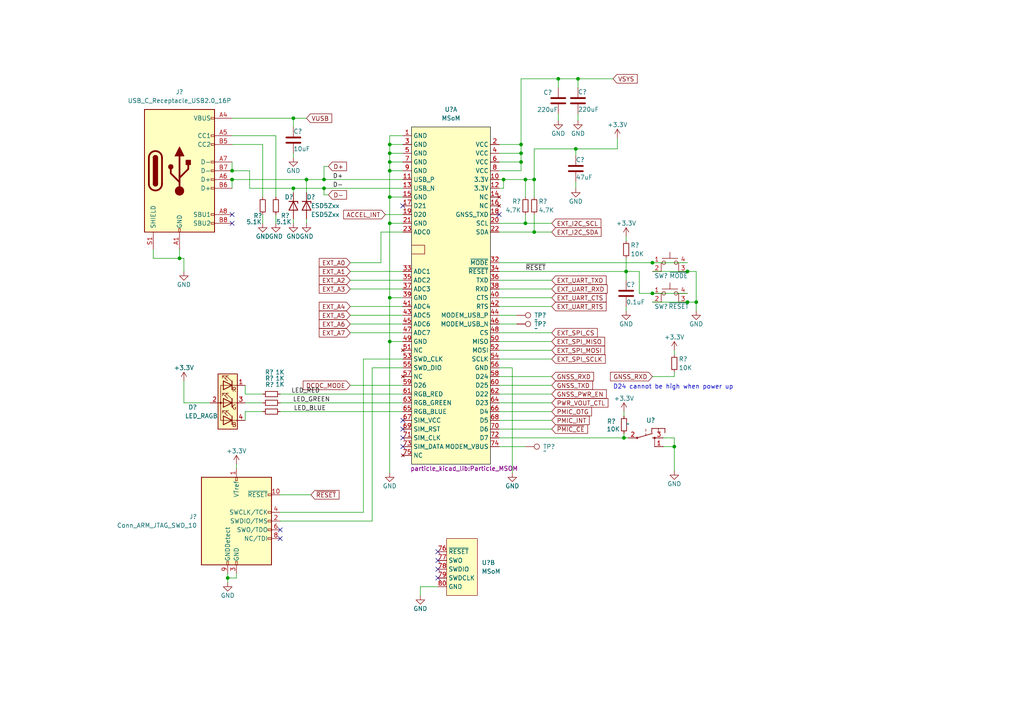
<source format=kicad_sch>
(kicad_sch (version 20230121) (generator eeschema)
  (paper "A4")
  (lib_symbols
    (symbol "Connector:Conn_ARM_JTAG_SWD_10" (pin_names (offset 1.016))
      (property "Reference" "J" (at -2.54 16.51 0))
      (property "Value" "Conn_ARM_JTAG_SWD_10" (at -2.54 13.97 0))
      (symbol "Conn_ARM_JTAG_SWD_10_0_1"
        (rectangle (start -10.16 12.7) (end 10.16 -12.7) (stroke (width 0.254)) (fill (type background)))
        (rectangle (start -2.794 -12.7) (end -2.286 -11.684))
        (rectangle (start -0.254 -12.7) (end 0.254 -11.684))
        (rectangle (start -0.254 12.7) (end 0.254 11.684))
        (rectangle (start 9.144 2.286) (end 10.16 2.794))
        (rectangle (start 10.16 -2.794) (end 9.144 -2.286))
        (rectangle (start 10.16 -0.254) (end 9.144 0.254))
        (rectangle (start 10.16 7.874) (end 9.144 7.366))
      )
      (symbol "Conn_ARM_JTAG_SWD_10_1_1"
        (rectangle (start 9.144 -5.334) (end 10.16 -4.826))
        (pin power_in line (at 0 15.24 270) (length 2.54) (name "VTref") (number "1"))
        (pin open_collector line (at 12.7 7.62 180) (length 2.54) (name "~{RESET}") (number "10"))
        (pin bidirectional line (at 12.7 0 180) (length 2.54) (name "SWDIO/TMS") (number "2"))
        (pin power_in line (at 0 -15.24 90) (length 2.54) (name "GND") (number "3"))
        (pin output line (at 12.7 2.54 180) (length 2.54) (name "SWCLK/TCK") (number "4"))
        (pin passive line (at 0 -15.24 90) (length 2.54) hide (name "GND") (number "5"))
        (pin input line (at 12.7 -2.54 180) (length 2.54) (name "SWO/TDO") (number "6"))
        (pin no_connect line (at -10.16 0 0) (length 2.54) hide (name "KEY") (number "7"))
        (pin output line (at 12.7 -5.08 180) (length 2.54) (name "NC/TDI") (number "8"))
        (pin passive line (at -2.54 -15.24 90) (length 2.54) (name "GNDDetect") (number "9"))
      )
    )
    (symbol "Connector:TestPoint" (pin_numbers hide) (pin_names (offset 0.762) hide)
      (property "Reference" "TP" (at 0 6.858 0))
      (property "Value" "TestPoint" (at 0 5.08 0))
      (symbol "TestPoint_0_1"
        (circle (center 0 3.302) (radius 0.762))
      )
      (symbol "TestPoint_1_1"
        (pin passive line (at 0 0 90) (length 2.54) (name "1") (number "1"))
      )
    )
    (symbol "Connector:USB_C_Receptacle_USB2.0_16P" (pin_names (offset 1.016))
      (property "Reference" "J" (at 0 22.225 0))
      (property "Value" "USB_C_Receptacle_USB2.0_16P" (at 0 19.685 0))
      (symbol "USB_C_Receptacle_USB2.0_16P_0_0"
        (rectangle (start -0.254 -17.78) (end 0.254 -16.764))
        (rectangle (start 10.16 -14.986) (end 9.144 -15.494))
        (rectangle (start 10.16 -12.446) (end 9.144 -12.954))
        (rectangle (start 10.16 -4.826) (end 9.144 -5.334))
        (rectangle (start 10.16 -2.286) (end 9.144 -2.794))
        (rectangle (start 10.16 0.254) (end 9.144 -0.254))
        (rectangle (start 10.16 2.794) (end 9.144 2.286))
        (rectangle (start 10.16 7.874) (end 9.144 7.366))
        (rectangle (start 10.16 10.414) (end 9.144 9.906))
        (rectangle (start 10.16 15.494) (end 9.144 14.986))
      )
      (symbol "USB_C_Receptacle_USB2.0_16P_0_1"
        (rectangle (start -10.16 17.78) (end 10.16 -17.78) (stroke (width 0.254)) (fill (type background)))
        (arc (start -8.89 -3.81) (mid -6.985 -5.7067) (end -5.08 -3.81) (stroke (width 0.508)))
        (arc (start -7.62 -3.81) (mid -6.985 -4.4423) (end -6.35 -3.81) (stroke (width 0.254)))
        (arc (start -7.62 -3.81) (mid -6.985 -4.4423) (end -6.35 -3.81) (stroke (width 0.254)) (fill (type outline)))
        (rectangle (start -7.62 -3.81) (end -6.35 3.81) (stroke (width 0.254)) (fill (type outline)))
        (arc (start -6.35 3.81) (mid -6.985 4.4423) (end -7.62 3.81) (stroke (width 0.254)))
        (arc (start -6.35 3.81) (mid -6.985 4.4423) (end -7.62 3.81) (stroke (width 0.254)) (fill (type outline)))
        (arc (start -5.08 3.81) (mid -6.985 5.7067) (end -8.89 3.81) (stroke (width 0.508)))
        (circle (center -2.54 1.143) (radius 0.635) (stroke (width 0.254)) (fill (type outline)))
        (circle (center 0 -5.842) (radius 1.27) (fill (type outline)))
        (polyline (pts (xy -8.89 -3.81) (xy -8.89 3.81)) (stroke (width 0.508)))
        (polyline (pts (xy -5.08 3.81) (xy -5.08 -3.81)) (stroke (width 0.508)))
        (polyline (pts (xy 0 -5.842) (xy 0 4.318)) (stroke (width 0.508)))
        (polyline (pts (xy 0 -3.302) (xy -2.54 -0.762) (xy -2.54 0.508)) (stroke (width 0.508)))
        (polyline (pts (xy 0 -2.032) (xy 2.54 0.508) (xy 2.54 1.778)) (stroke (width 0.508)))
        (polyline (pts (xy -1.27 4.318) (xy 0 6.858) (xy 1.27 4.318) (xy -1.27 4.318)) (stroke (width 0.254)) (fill (type outline)))
        (rectangle (start 1.905 1.778) (end 3.175 3.048) (stroke (width 0.254)) (fill (type outline)))
      )
      (symbol "USB_C_Receptacle_USB2.0_16P_1_1"
        (pin passive line (at 0 -22.86 90) (length 5.08) (name "GND") (number "A1"))
        (pin passive line (at 0 -22.86 90) (length 5.08) hide (name "GND") (number "A12"))
        (pin passive line (at 15.24 15.24 180) (length 5.08) (name "VBUS") (number "A4"))
        (pin bidirectional line (at 15.24 10.16 180) (length 5.08) (name "CC1") (number "A5"))
        (pin bidirectional line (at 15.24 -2.54 180) (length 5.08) (name "D+") (number "A6"))
        (pin bidirectional line (at 15.24 2.54 180) (length 5.08) (name "D-") (number "A7"))
        (pin bidirectional line (at 15.24 -12.7 180) (length 5.08) (name "SBU1") (number "A8"))
        (pin passive line (at 15.24 15.24 180) (length 5.08) hide (name "VBUS") (number "A9"))
        (pin passive line (at 0 -22.86 90) (length 5.08) hide (name "GND") (number "B1"))
        (pin passive line (at 0 -22.86 90) (length 5.08) hide (name "GND") (number "B12"))
        (pin passive line (at 15.24 15.24 180) (length 5.08) hide (name "VBUS") (number "B4"))
        (pin bidirectional line (at 15.24 7.62 180) (length 5.08) (name "CC2") (number "B5"))
        (pin bidirectional line (at 15.24 -5.08 180) (length 5.08) (name "D+") (number "B6"))
        (pin bidirectional line (at 15.24 0 180) (length 5.08) (name "D-") (number "B7"))
        (pin bidirectional line (at 15.24 -15.24 180) (length 5.08) (name "SBU2") (number "B8"))
        (pin passive line (at 15.24 15.24 180) (length 5.08) hide (name "VBUS") (number "B9"))
        (pin passive line (at -7.62 -22.86 90) (length 5.08) (name "SHIELD") (number "S1"))
      )
    )
    (symbol "Device:C" (pin_numbers hide) (pin_names (offset 0.254))
      (property "Reference" "C" (at 0.635 2.54 0))
      (property "Value" "C" (at 0.635 -2.54 0))
      (symbol "C_0_1"
        (polyline (pts (xy -2.032 -0.762) (xy 2.032 -0.762)) (stroke (width 0.508)))
        (polyline (pts (xy -2.032 0.762) (xy 2.032 0.762)) (stroke (width 0.508)))
      )
      (symbol "C_1_1"
        (pin passive line (at 0 3.81 270) (length 2.794) (name "~") (number "1"))
        (pin passive line (at 0 -3.81 90) (length 2.794) (name "~") (number "2"))
      )
    )
    (symbol "Device:LED_RAGB" (pin_names (offset 0) hide)
      (property "Reference" "D" (at 0 9.398 0))
      (property "Value" "LED_RAGB" (at 0 -8.89 0))
      (symbol "LED_RAGB_0_0"
        (text "B" (at -1.905 -6.35 0) (effects (font (size 1.27 1.27))))
        (text "G" (at -1.905 -1.27 0) (effects (font (size 1.27 1.27))))
        (text "R" (at -1.905 3.81 0) (effects (font (size 1.27 1.27))))
      )
      (symbol "LED_RAGB_0_1"
        (polyline (pts (xy -1.27 -5.08) (xy -2.54 -5.08)))
        (polyline (pts (xy -1.27 -5.08) (xy 1.27 -5.08)))
        (polyline (pts (xy -1.27 -3.81) (xy -1.27 -6.35)) (stroke (width 0.254)))
        (polyline (pts (xy -1.27 0) (xy -2.54 0)))
        (polyline (pts (xy -1.27 1.27) (xy -1.27 -1.27)) (stroke (width 0.254)))
        (polyline (pts (xy -1.27 5.08) (xy -2.54 5.08)))
        (polyline (pts (xy -1.27 5.08) (xy 1.27 5.08)))
        (polyline (pts (xy -1.27 6.35) (xy -1.27 3.81)) (stroke (width 0.254)))
        (polyline (pts (xy 1.27 0) (xy -1.27 0)))
        (polyline (pts (xy 1.27 0) (xy 2.54 0)))
        (polyline (pts (xy -1.27 1.27) (xy -1.27 -1.27) (xy -1.27 -1.27)))
        (polyline (pts (xy -1.27 6.35) (xy -1.27 3.81) (xy -1.27 3.81)))
        (polyline (pts (xy 1.27 -5.08) (xy 2.032 -5.08) (xy 2.032 5.08) (xy 1.27 5.08)))
        (polyline (pts (xy 1.27 -3.81) (xy 1.27 -6.35) (xy -1.27 -5.08) (xy 1.27 -3.81)) (stroke (width 0.254)))
        (polyline (pts (xy 1.27 1.27) (xy 1.27 -1.27) (xy -1.27 0) (xy 1.27 1.27)) (stroke (width 0.254)))
        (polyline (pts (xy 1.27 6.35) (xy 1.27 3.81) (xy -1.27 5.08) (xy 1.27 6.35)) (stroke (width 0.254)))
        (polyline (pts (xy -1.016 -3.81) (xy 0.508 -2.286) (xy -0.254 -2.286) (xy 0.508 -2.286) (xy 0.508 -3.048)))
        (polyline (pts (xy -1.016 1.27) (xy 0.508 2.794) (xy -0.254 2.794) (xy 0.508 2.794) (xy 0.508 2.032)))
        (polyline (pts (xy -1.016 6.35) (xy 0.508 7.874) (xy -0.254 7.874) (xy 0.508 7.874) (xy 0.508 7.112)))
        (polyline (pts (xy 0 -3.81) (xy 1.524 -2.286) (xy 0.762 -2.286) (xy 1.524 -2.286) (xy 1.524 -3.048)))
        (polyline (pts (xy 0 1.27) (xy 1.524 2.794) (xy 0.762 2.794) (xy 1.524 2.794) (xy 1.524 2.032)))
        (polyline (pts (xy 0 6.35) (xy 1.524 7.874) (xy 0.762 7.874) (xy 1.524 7.874) (xy 1.524 7.112)))
        (rectangle (start 1.27 -1.27) (end 1.27 1.27))
        (rectangle (start 1.27 1.27) (end 1.27 1.27))
        (rectangle (start 1.27 3.81) (end 1.27 6.35))
        (rectangle (start 1.27 6.35) (end 1.27 6.35))
        (circle (center 2.032 0) (radius 0.254) (fill (type outline)))
        (rectangle (start 2.794 8.382) (end -2.794 -7.62) (stroke (width 0.254)) (fill (type background)))
      )
      (symbol "LED_RAGB_1_1"
        (pin passive line (at -5.08 5.08 0) (length 2.54) (name "RK") (number "1"))
        (pin passive line (at 5.08 0 180) (length 2.54) (name "A") (number "2"))
        (pin passive line (at -5.08 0 0) (length 2.54) (name "GK") (number "3"))
        (pin passive line (at -5.08 -5.08 0) (length 2.54) (name "BK") (number "4"))
      )
    )
    (symbol "Device:R_Small" (pin_numbers hide) (pin_names (offset 0.254) hide)
      (property "Reference" "R" (at 0.762 0.508 0))
      (property "Value" "R_Small" (at 0.762 -1.016 0))
      (symbol "R_Small_0_1"
        (rectangle (start -0.762 1.778) (end 0.762 -1.778) (stroke (width 0.2032)))
      )
      (symbol "R_Small_1_1"
        (pin passive line (at 0 2.54 270) (length 0.762) (name "~") (number "1"))
        (pin passive line (at 0 -2.54 90) (length 0.762) (name "~") (number "2"))
      )
    )
    (symbol "Diode:ESD5Zxx" (pin_numbers hide) (pin_names hide)
      (property "Reference" "D" (at 0 2.54 0))
      (property "Value" "ESD5Zxx" (at 0 -2.54 0))
      (symbol "ESD5Zxx_0_1"
        (polyline (pts (xy 1.27 0) (xy -1.27 0)))
        (polyline (pts (xy -1.27 -1.27) (xy -1.27 1.27) (xy -0.762 1.27)) (stroke (width 0.254)))
        (polyline (pts (xy 1.27 -1.27) (xy 1.27 1.27) (xy -1.27 0) (xy 1.27 -1.27)) (stroke (width 0.254)))
      )
      (symbol "ESD5Zxx_1_1"
        (pin passive line (at -3.81 0 0) (length 2.54) (name "K") (number "1"))
        (pin passive line (at 3.81 0 180) (length 2.54) (name "A") (number "2"))
      )
    )
    (symbol "Switch:SW_MEC_5E" (pin_names (offset 1.016) hide)
      (property "Reference" "SW" (at 0.635 5.715 0))
      (property "Value" "SW_MEC_5E" (at 0 -3.175 0))
      (symbol "SW_MEC_5E_0_1"
        (circle (center -1.778 2.54) (radius 0.508))
        (polyline (pts (xy -2.286 3.81) (xy 2.286 3.81)))
        (polyline (pts (xy 0 3.81) (xy 0 5.588)))
        (polyline (pts (xy -2.54 0) (xy -2.54 2.54) (xy -2.286 2.54)))
        (polyline (pts (xy 2.54 0) (xy 2.54 2.54) (xy 2.286 2.54)))
        (circle (center 1.778 2.54) (radius 0.508))
        (pin passive line (at -5.08 2.54 0) (length 2.54) (name "1") (number "1"))
        (pin passive line (at -5.08 0 0) (length 2.54) (name "2") (number "2"))
        (pin passive line (at 5.08 0 180) (length 2.54) (name "K") (number "3"))
        (pin passive line (at 5.08 2.54 180) (length 2.54) (name "A") (number "4"))
      )
    )
    (symbol "kicad_lib_particle:Particle_MSoM"
      (property "Reference" "U" (at 1.27 -2.54 0))
      (property "Value" "MSoM" (at 6.35 -2.54 0))
      (symbol "Particle_MSoM_1_1"
        (polyline (pts (xy 1.27 63.5) (xy 0 63.5) (xy 3.81 63.5) (xy 3.81 60.96) (xy 0 60.96)))
        (rectangle (start 0 97.79) (end 22.86 0) (stroke (width 0) (color 0 0 0 1)) (fill (type background)))
        (pin power_in line (at -2.54 95.25 0) (length 2.54) (name "GND") (number "1"))
        (pin power_in line (at 25.4 82.55 180) (length 2.54) (name "3.3V") (number "10"))
        (pin bidirectional line (at -2.54 82.55 0) (length 2.54) (name "USB_P") (number "11"))
        (pin power_in line (at 25.4 80.01 180) (length 2.54) (name "3.3V") (number "12"))
        (pin bidirectional line (at -2.54 80.01 0) (length 2.54) (name "USB_N") (number "13"))
        (pin no_connect line (at 25.4 77.47 180) (length 2.54) (name "NC") (number "14"))
        (pin power_in line (at -2.54 77.47 0) (length 2.54) (name "GND") (number "15"))
        (pin no_connect line (at 25.4 74.93 180) (length 2.54) (name "NC") (number "16"))
        (pin bidirectional line (at -2.54 74.93 0) (length 2.54) (name "D21") (number "17"))
        (pin output line (at 25.4 72.39 180) (length 2.54) (name "GNSS_TXD") (number "18"))
        (pin bidirectional line (at -2.54 72.39 0) (length 2.54) (name "D20") (number "19"))
        (pin power_in line (at 25.4 92.71 180) (length 2.54) (name "VCC") (number "2"))
        (pin bidirectional line (at 25.4 69.85 180) (length 2.54) (name "SCL") (number "20"))
        (pin power_in line (at -2.54 69.85 0) (length 2.54) (name "GND") (number "21"))
        (pin bidirectional line (at 25.4 67.31 180) (length 2.54) (name "SDA") (number "22"))
        (pin bidirectional line (at -2.54 67.31 0) (length 2.54) (name "ADC0") (number "23"))
        (pin power_in line (at -2.54 92.71 0) (length 2.54) (name "GND") (number "3"))
        (pin input line (at 25.4 58.42 180) (length 2.54) (name "~{MODE}") (number "32"))
        (pin bidirectional line (at -2.54 55.88 0) (length 2.54) (name "ADC1") (number "33"))
        (pin input line (at 25.4 55.88 180) (length 2.54) (name "~{RESET}") (number "34"))
        (pin bidirectional line (at -2.54 53.34 0) (length 2.54) (name "ADC2") (number "35"))
        (pin bidirectional line (at 25.4 53.34 180) (length 2.54) (name "TXD") (number "36"))
        (pin bidirectional line (at -2.54 50.8 0) (length 2.54) (name "ADC3") (number "37"))
        (pin bidirectional line (at 25.4 50.8 180) (length 2.54) (name "RXD") (number "38"))
        (pin power_in line (at -2.54 48.26 0) (length 2.54) (name "GND") (number "39"))
        (pin power_in line (at 25.4 90.17 180) (length 2.54) (name "VCC") (number "4"))
        (pin bidirectional line (at 25.4 48.26 180) (length 2.54) (name "CTS") (number "40"))
        (pin bidirectional line (at -2.54 45.72 0) (length 2.54) (name "ADC4") (number "41"))
        (pin bidirectional line (at 25.4 45.72 180) (length 2.54) (name "RTS") (number "42"))
        (pin bidirectional line (at -2.54 43.18 0) (length 2.54) (name "ADC5") (number "43"))
        (pin bidirectional line (at 25.4 43.18 180) (length 2.54) (name "MODEM_USB_P") (number "44"))
        (pin bidirectional line (at -2.54 40.64 0) (length 2.54) (name "ADC6") (number "45"))
        (pin bidirectional line (at 25.4 40.64 180) (length 2.54) (name "MODEM_USB_N") (number "46"))
        (pin bidirectional line (at -2.54 38.1 0) (length 2.54) (name "ADC7") (number "47"))
        (pin bidirectional line (at 25.4 38.1 180) (length 2.54) (name "CS") (number "48"))
        (pin power_in line (at -2.54 35.56 0) (length 2.54) (name "GND") (number "49"))
        (pin power_in line (at -2.54 90.17 0) (length 2.54) (name "GND") (number "5"))
        (pin bidirectional line (at 25.4 35.56 180) (length 2.54) (name "MISO") (number "50"))
        (pin no_connect line (at -2.54 33.02 0) (length 2.54) (name "NC") (number "51"))
        (pin bidirectional line (at 25.4 33.02 180) (length 2.54) (name "MOSI") (number "52"))
        (pin bidirectional line (at -2.54 30.48 0) (length 2.54) (name "SWD_CLK") (number "53"))
        (pin bidirectional line (at 25.4 30.48 180) (length 2.54) (name "SCLK") (number "54"))
        (pin bidirectional line (at -2.54 27.94 0) (length 2.54) (name "SWD_DIO") (number "55"))
        (pin bidirectional line (at 25.4 27.94 180) (length 2.54) (name "GND") (number "56"))
        (pin no_connect line (at -2.54 25.4 0) (length 2.54) (name "NC") (number "57"))
        (pin bidirectional line (at 25.4 25.4 180) (length 2.54) (name "D24") (number "58"))
        (pin bidirectional line (at -2.54 22.86 0) (length 2.54) (name "D26") (number "59"))
        (pin power_in line (at 25.4 87.63 180) (length 2.54) (name "VCC") (number "6"))
        (pin bidirectional line (at 25.4 22.86 180) (length 2.54) (name "D25") (number "60"))
        (pin output line (at -2.54 20.32 0) (length 2.54) (name "RGB_RED") (number "61"))
        (pin bidirectional line (at 25.4 20.32 180) (length 2.54) (name "D22") (number "62"))
        (pin output line (at -2.54 17.78 0) (length 2.54) (name "RGB_GREEN") (number "63"))
        (pin bidirectional line (at 25.4 17.78 180) (length 2.54) (name "D23") (number "64"))
        (pin output line (at -2.54 15.24 0) (length 2.54) (name "RGB_BLUE") (number "65"))
        (pin bidirectional line (at 25.4 15.24 180) (length 2.54) (name "D4") (number "66"))
        (pin power_out line (at -2.54 12.7 0) (length 2.54) (name "SIM_VCC") (number "67"))
        (pin bidirectional line (at 25.4 12.7 180) (length 2.54) (name "D5") (number "68"))
        (pin output line (at -2.54 10.16 0) (length 2.54) (name "SIM_RST") (number "69"))
        (pin power_in line (at -2.54 87.63 0) (length 2.54) (name "GND") (number "7"))
        (pin bidirectional line (at 25.4 10.16 180) (length 2.54) (name "D6") (number "70"))
        (pin output line (at -2.54 7.62 0) (length 2.54) (name "SIM_CLK") (number "71"))
        (pin bidirectional line (at 25.4 7.62 180) (length 2.54) (name "D7") (number "72"))
        (pin bidirectional line (at -2.54 5.08 0) (length 2.54) (name "SIM_DATA") (number "73"))
        (pin power_in line (at 25.4 5.08 180) (length 2.54) (name "MODEM_VBUS") (number "74"))
        (pin no_connect line (at -2.54 2.54 0) (length 2.54) (name "NC") (number "75"))
        (pin power_in line (at 25.4 85.09 180) (length 2.54) (name "VCC") (number "8"))
        (pin power_in line (at -2.54 85.09 0) (length 2.54) (name "GND") (number "9"))
      )
      (symbol "Particle_MSoM_2_1"
        (rectangle (start 0 16.51) (end 8.89 0) (fill (type background)))
        (pin input line (at -2.54 12.7 0) (length 2.54) (name "~{RESET}") (number "76"))
        (pin output line (at -2.54 10.16 0) (length 2.54) (name "SWO") (number "77"))
        (pin bidirectional line (at -2.54 7.62 0) (length 2.54) (name "SWDIO") (number "78"))
        (pin input line (at -2.54 5.08 0) (length 2.54) (name "SWDCLK") (number "79"))
        (pin input line (at -2.54 2.54 0) (length 2.54) (name "GND") (number "80"))
      )
    )
    (symbol "kicad_lib_particle:TACTEL_SWITCH"
      (property "Reference" "U" (at -0.127 4.064 0))
      (symbol "TACTEL_SWITCH_1_0"
        (polyline (pts (xy 2.54 0) (xy 6.985 1.27)) (stroke (width 0.2)))
        (polyline (pts (xy 5.08 0.635) (xy 5.08 1.27)) (stroke (width 0.15)))
        (polyline (pts (xy 5.08 1.905) (xy 5.08 2.54)) (stroke (width 0.15)))
        (polyline (pts (xy 6.7945 1.4605) (xy 6.7945 2.7305)) (stroke (width 0.2)))
        (polyline (pts (xy 6.7945 2.7305) (xy 10.6045 2.7305)) (stroke (width 0.2)))
        (polyline (pts (xy 7.62 -2.54) (xy 7.62 0)) (stroke (width 0.15)))
        (polyline (pts (xy 7.62 0) (xy 6.985 0)) (stroke (width 0.2)))
        (polyline (pts (xy 8.6995 1.4605) (xy 8.6995 2.7305)) (stroke (width 0.15)))
        (polyline (pts (xy 10.6045 2.7305) (xy 10.6045 1.4605)) (stroke (width 0.2)))
        (circle (center 2.54 0) (radius 0.254))
        (circle (center 7.62 0) (radius 0.254))
        (pin bidirectional line (at 10.16 -2.54 180) (length 2.54) (name "1") (number "1"))
        (pin bidirectional line (at 0 0 0) (length 2.54) (name "2") (number "2"))
        (pin bidirectional line (at 10.16 0 180) (length 2.54) (name "3") (number "3"))
      )
    )
    (symbol "power:+3.3V" (power) (pin_names (offset 0))
      (property "Value" "+3.3V" (at 0 3.556 0))
      (symbol "+3.3V_0_1"
        (polyline (pts (xy -0.762 1.27) (xy 0 2.54)))
        (polyline (pts (xy 0 0) (xy 0 2.54)))
        (polyline (pts (xy 0 2.54) (xy 0.762 1.27)))
      )
      (symbol "+3.3V_1_1"
        (pin power_in line (at 0 0 90) (length 0) hide (name "+3.3V") (number "1"))
      )
    )
    (symbol "power:GND" (power) (pin_names (offset 0))
      (property "Value" "GND" (at 0 -3.81 0))
      (symbol "GND_0_1"
        (polyline (pts (xy 0 0) (xy 0 -1.27) (xy 1.27 -1.27) (xy 0 -2.54) (xy -1.27 -1.27) (xy 0 -1.27)))
      )
      (symbol "GND_1_1"
        (pin power_in line (at 0 0 270) (length 0) hide (name "GND") (number "1"))
      )
    )
  )
  (junction (at 181.61 78.74))
  (junction (at 113.03 64.77))
  (junction (at 152.4 52.07))
  (junction (at 199.39 87.63))
  (junction (at 154.94 52.07))
  (junction (at 195.58 129.54))
  (junction (at 113.03 99.06))
  (junction (at 113.03 86.36))
  (junction (at 151.13 44.45))
  (junction (at 180.975 127))
  (junction (at 113.03 41.91))
  (junction (at 66.04 167.64))
  (junction (at 113.03 49.53))
  (junction (at 88.9 52.07))
  (junction (at 113.03 44.45))
  (junction (at 167.64 22.86))
  (junction (at 199.39 78.74))
  (junction (at 113.03 57.15))
  (junction (at 67.31 52.07))
  (junction (at 189.23 85.09))
  (junction (at 146.05 52.07))
  (junction (at 201.93 87.63))
  (junction (at 67.31 49.53))
  (junction (at 161.925 22.86))
  (junction (at 113.03 46.99))
  (junction (at 52.07 74.93))
  (junction (at 93.98 52.07))
  (junction (at 154.94 67.31))
  (junction (at 85.09 34.29))
  (junction (at 151.13 46.99))
  (junction (at 85.09 54.61))
  (junction (at 151.13 41.91))
  (junction (at 167.005 43.18))
  (junction (at 93.98 54.61))
  (junction (at 152.4 64.77))
  (junction (at 189.23 76.2))
  (no_connect (at 127 165.1))
  (no_connect (at 127 162.56))
  (no_connect (at 81.28 153.67))
  (no_connect (at 127 160.02))
  (no_connect (at 116.84 127))
  (no_connect (at 67.31 62.23))
  (no_connect (at 127 167.64))
  (no_connect (at 116.84 124.46))
  (no_connect (at 67.31 64.77))
  (no_connect (at 116.84 59.69))
  (no_connect (at 144.78 62.23))
  (no_connect (at 81.28 156.21))
  (no_connect (at 116.84 121.92))
  (no_connect (at 116.84 129.54))
  (wire (pts (xy 161.925 34.925) (xy 161.925 33.02)))
  (wire (pts (xy 144.78 64.77) (xy 152.4 64.77)))
  (wire (pts (xy 113.03 44.45) (xy 116.84 44.45)))
  (wire (pts (xy 201.93 87.63) (xy 201.93 90.17)))
  (wire (pts (xy 144.78 114.3) (xy 160.02 114.3)))
  (wire (pts (xy 167.005 43.18) (xy 179.07 43.18)))
  (wire (pts (xy 151.13 22.86) (xy 151.13 41.91)))
  (wire (pts (xy 72.39 54.61) (xy 85.09 54.61)))
  (wire (pts (xy 113.03 41.91) (xy 116.84 41.91)))
  (wire (pts (xy 152.4 62.23) (xy 152.4 64.77)))
  (wire (pts (xy 181.61 78.74) (xy 181.61 81.28)))
  (wire (pts (xy 113.03 86.36) (xy 116.84 86.36)))
  (wire (pts (xy 113.03 39.37) (xy 113.03 41.91)))
  (wire (pts (xy 154.94 62.23) (xy 154.94 67.31)))
  (wire (pts (xy 52.07 72.39) (xy 52.07 74.93)))
  (wire (pts (xy 144.78 96.52) (xy 160.02 96.52)))
  (wire (pts (xy 189.23 76.2) (xy 199.39 76.2)))
  (wire (pts (xy 167.005 43.18) (xy 167.005 45.085)))
  (wire (pts (xy 44.45 74.93) (xy 52.07 74.93)))
  (wire (pts (xy 88.9 52.07) (xy 93.98 52.07)))
  (wire (pts (xy 152.4 52.07) (xy 152.4 57.15)))
  (wire (pts (xy 154.94 43.18) (xy 167.005 43.18)))
  (wire (pts (xy 199.39 87.63) (xy 201.93 87.63)))
  (wire (pts (xy 101.6 111.76) (xy 116.84 111.76)))
  (wire (pts (xy 181.61 90.17) (xy 181.61 88.9)))
  (wire (pts (xy 113.03 44.45) (xy 113.03 46.99)))
  (wire (pts (xy 85.09 34.29) (xy 88.9 34.29)))
  (wire (pts (xy 101.6 78.74) (xy 116.84 78.74)))
  (wire (pts (xy 189.23 78.74) (xy 199.39 78.74)))
  (wire (pts (xy 101.6 83.82) (xy 116.84 83.82)))
  (wire (pts (xy 167.64 22.86) (xy 167.64 25.4)))
  (wire (pts (xy 53.34 74.93) (xy 53.34 78.74)))
  (wire (pts (xy 71.12 114.3) (xy 71.12 111.76)))
  (wire (pts (xy 144.78 67.31) (xy 154.94 67.31)))
  (wire (pts (xy 101.6 76.2) (xy 110.49 76.2)))
  (wire (pts (xy 81.28 114.3) (xy 116.84 114.3)))
  (wire (pts (xy 113.03 46.99) (xy 116.84 46.99)))
  (wire (pts (xy 127 170.18) (xy 121.92 170.18)))
  (wire (pts (xy 53.34 110.49) (xy 53.34 116.84)))
  (wire (pts (xy 101.6 88.9) (xy 116.84 88.9)))
  (wire (pts (xy 107.95 151.13) (xy 107.95 106.68)))
  (wire (pts (xy 144.78 78.74) (xy 181.61 78.74)))
  (wire (pts (xy 95.25 56.515) (xy 93.98 56.515)))
  (wire (pts (xy 189.23 85.09) (xy 199.39 85.09)))
  (wire (pts (xy 144.78 91.44) (xy 149.86 91.44)))
  (wire (pts (xy 85.09 54.61) (xy 93.98 54.61)))
  (wire (pts (xy 52.07 74.93) (xy 53.34 74.93)))
  (wire (pts (xy 151.13 46.99) (xy 151.13 44.45)))
  (wire (pts (xy 195.58 101.6) (xy 195.58 102.87)))
  (wire (pts (xy 85.09 34.29) (xy 85.09 36.83)))
  (wire (pts (xy 181.61 78.74) (xy 185.42 78.74)))
  (wire (pts (xy 144.78 104.14) (xy 160.02 104.14)))
  (wire (pts (xy 88.9 64.77) (xy 88.9 63.5)))
  (wire (pts (xy 167.64 22.86) (xy 161.925 22.86)))
  (wire (pts (xy 53.34 116.84) (xy 60.96 116.84)))
  (wire (pts (xy 144.78 46.99) (xy 151.13 46.99)))
  (wire (pts (xy 144.78 109.22) (xy 160.02 109.22)))
  (wire (pts (xy 68.58 167.64) (xy 66.04 167.64)))
  (wire (pts (xy 116.84 67.31) (xy 110.49 67.31)))
  (wire (pts (xy 113.03 64.77) (xy 116.84 64.77)))
  (wire (pts (xy 144.78 83.82) (xy 160.02 83.82)))
  (wire (pts (xy 93.98 56.515) (xy 93.98 54.61)))
  (wire (pts (xy 76.2 64.77) (xy 76.2 62.23)))
  (wire (pts (xy 93.98 54.61) (xy 116.84 54.61)))
  (wire (pts (xy 88.9 52.07) (xy 88.9 55.88)))
  (wire (pts (xy 66.04 166.37) (xy 66.04 167.64)))
  (wire (pts (xy 110.49 67.31) (xy 110.49 76.2)))
  (wire (pts (xy 80.01 64.77) (xy 80.01 62.23)))
  (wire (pts (xy 144.78 88.9) (xy 160.02 88.9)))
  (wire (pts (xy 144.78 106.68) (xy 148.59 106.68)))
  (wire (pts (xy 161.925 22.86) (xy 161.925 25.4)))
  (wire (pts (xy 201.93 78.74) (xy 201.93 87.63)))
  (wire (pts (xy 151.13 41.91) (xy 144.78 41.91)))
  (wire (pts (xy 154.94 52.07) (xy 154.94 57.15)))
  (wire (pts (xy 81.28 143.51) (xy 90.17 143.51)))
  (wire (pts (xy 85.09 64.77) (xy 85.09 63.5)))
  (wire (pts (xy 144.78 111.76) (xy 160.02 111.76)))
  (wire (pts (xy 195.58 129.54) (xy 195.58 136.525)))
  (wire (pts (xy 144.78 124.46) (xy 160.02 124.46)))
  (wire (pts (xy 113.03 99.06) (xy 116.84 99.06)))
  (wire (pts (xy 116.84 39.37) (xy 113.03 39.37)))
  (wire (pts (xy 180.975 127) (xy 182.245 127)))
  (wire (pts (xy 185.42 85.09) (xy 189.23 85.09)))
  (wire (pts (xy 113.03 86.36) (xy 113.03 99.06)))
  (wire (pts (xy 146.05 54.61) (xy 144.78 54.61)))
  (wire (pts (xy 68.58 166.37) (xy 68.58 167.64)))
  (wire (pts (xy 81.28 116.84) (xy 116.84 116.84)))
  (wire (pts (xy 113.03 49.53) (xy 113.03 57.15)))
  (wire (pts (xy 71.12 119.38) (xy 71.12 121.92)))
  (wire (pts (xy 85.09 54.61) (xy 85.09 55.88)))
  (wire (pts (xy 181.61 68.58) (xy 181.61 69.85)))
  (wire (pts (xy 151.13 49.53) (xy 151.13 46.99)))
  (wire (pts (xy 152.4 64.77) (xy 160.02 64.77)))
  (wire (pts (xy 44.45 72.39) (xy 44.45 74.93)))
  (wire (pts (xy 101.6 93.98) (xy 116.84 93.98)))
  (wire (pts (xy 144.78 127) (xy 180.975 127)))
  (wire (pts (xy 144.78 81.28) (xy 160.02 81.28)))
  (wire (pts (xy 144.78 86.36) (xy 160.02 86.36)))
  (wire (pts (xy 76.2 57.15) (xy 76.2 41.91)))
  (wire (pts (xy 68.58 134.62) (xy 68.58 135.89)))
  (wire (pts (xy 144.78 52.07) (xy 146.05 52.07)))
  (wire (pts (xy 154.94 43.18) (xy 154.94 52.07)))
  (wire (pts (xy 144.78 76.2) (xy 189.23 76.2)))
  (wire (pts (xy 144.78 101.6) (xy 160.02 101.6)))
  (wire (pts (xy 81.28 119.38) (xy 116.84 119.38)))
  (wire (pts (xy 71.12 119.38) (xy 76.2 119.38)))
  (wire (pts (xy 161.925 22.86) (xy 151.13 22.86)))
  (wire (pts (xy 105.41 104.14) (xy 116.84 104.14)))
  (wire (pts (xy 144.78 119.38) (xy 160.02 119.38)))
  (wire (pts (xy 167.005 52.705) (xy 167.005 54.61)))
  (wire (pts (xy 144.78 49.53) (xy 151.13 49.53)))
  (wire (pts (xy 167.64 34.925) (xy 167.64 33.02)))
  (wire (pts (xy 113.03 57.15) (xy 116.84 57.15)))
  (wire (pts (xy 146.05 52.07) (xy 146.05 54.61)))
  (wire (pts (xy 101.6 81.28) (xy 116.84 81.28)))
  (wire (pts (xy 195.58 107.95) (xy 195.58 109.22)))
  (wire (pts (xy 101.6 91.44) (xy 116.84 91.44)))
  (wire (pts (xy 113.03 41.91) (xy 113.03 44.45)))
  (wire (pts (xy 67.31 52.07) (xy 67.31 54.61)))
  (wire (pts (xy 180.975 119.38) (xy 180.975 120.65)))
  (wire (pts (xy 72.39 49.53) (xy 72.39 54.61)))
  (wire (pts (xy 67.31 52.07) (xy 88.9 52.07)))
  (wire (pts (xy 105.41 148.59) (xy 105.41 104.14)))
  (wire (pts (xy 67.31 49.53) (xy 72.39 49.53)))
  (wire (pts (xy 121.92 170.18) (xy 121.92 172.72)))
  (wire (pts (xy 189.23 87.63) (xy 199.39 87.63)))
  (wire (pts (xy 144.78 121.92) (xy 160.02 121.92)))
  (wire (pts (xy 66.04 167.64) (xy 66.04 168.91)))
  (wire (pts (xy 192.405 129.54) (xy 195.58 129.54)))
  (wire (pts (xy 71.12 114.3) (xy 76.2 114.3)))
  (wire (pts (xy 195.58 127) (xy 195.58 129.54)))
  (wire (pts (xy 113.03 99.06) (xy 113.03 137.16)))
  (wire (pts (xy 113.03 57.15) (xy 113.03 64.77)))
  (wire (pts (xy 85.09 45.72) (xy 85.09 44.45)))
  (wire (pts (xy 93.98 48.26) (xy 93.98 52.07)))
  (wire (pts (xy 113.03 49.53) (xy 116.84 49.53)))
  (wire (pts (xy 76.2 41.91) (xy 67.31 41.91)))
  (wire (pts (xy 181.61 74.93) (xy 181.61 78.74)))
  (wire (pts (xy 154.94 67.31) (xy 160.02 67.31)))
  (wire (pts (xy 80.01 57.15) (xy 80.01 39.37)))
  (wire (pts (xy 185.42 78.74) (xy 185.42 85.09)))
  (wire (pts (xy 71.12 116.84) (xy 76.2 116.84)))
  (wire (pts (xy 179.07 43.18) (xy 179.07 40.005)))
  (wire (pts (xy 151.13 44.45) (xy 151.13 41.91)))
  (wire (pts (xy 81.28 148.59) (xy 105.41 148.59)))
  (wire (pts (xy 192.405 127) (xy 195.58 127)))
  (wire (pts (xy 67.31 34.29) (xy 85.09 34.29)))
  (wire (pts (xy 144.78 129.54) (xy 152.4 129.54)))
  (wire (pts (xy 113.03 46.99) (xy 113.03 49.53)))
  (wire (pts (xy 152.4 52.07) (xy 154.94 52.07)))
  (wire (pts (xy 144.78 93.98) (xy 149.86 93.98)))
  (wire (pts (xy 144.78 99.06) (xy 160.02 99.06)))
  (wire (pts (xy 80.01 39.37) (xy 67.31 39.37)))
  (wire (pts (xy 199.39 78.74) (xy 201.93 78.74)))
  (wire (pts (xy 148.59 106.68) (xy 148.59 137.16)))
  (wire (pts (xy 101.6 96.52) (xy 116.84 96.52)))
  (wire (pts (xy 177.8 22.86) (xy 167.64 22.86)))
  (wire (pts (xy 180.975 125.73) (xy 180.975 127)))
  (wire (pts (xy 107.95 106.68) (xy 116.84 106.68)))
  (wire (pts (xy 144.78 116.84) (xy 160.02 116.84)))
  (wire (pts (xy 111.76 62.23) (xy 116.84 62.23)))
  (wire (pts (xy 195.58 109.22) (xy 189.23 109.22)))
  (wire (pts (xy 144.78 44.45) (xy 151.13 44.45)))
  (wire (pts (xy 146.05 52.07) (xy 152.4 52.07)))
  (wire (pts (xy 67.31 46.99) (xy 67.31 49.53)))
  (wire (pts (xy 93.98 52.07) (xy 116.84 52.07)))
  (wire (pts (xy 81.28 151.13) (xy 107.95 151.13)))
  (wire (pts (xy 95.25 48.26) (xy 93.98 48.26)))
  (wire (pts (xy 113.03 64.77) (xy 113.03 86.36)))
  (text "D24 cannot be high when power up\n" (at 177.8 113.03 0) (effects (font (size 1.27 1.27)) (justify left bottom)))
  (label "~{RESET}" (at 152.4 78.74 0))
  (label "LED_BLUE" (at 85.1916 119.38 0))
  (label "D-" (at 96.52 54.61 0))
  (label "LED_GREEN" (at 84.9376 116.84 0))
  (label "LED_RED" (at 84.4804 114.3 0))
  (label "D+" (at 96.52 52.07 0))
  (global_label "EXT_A7" (shape input) (at 101.6 96.52 180) (property "Intersheetrefs" "${INTERSHEET_REFS}" (effects hide)))
  (global_label "PWR_VOUT_CTL" (shape input) (at 160.02 116.84 0) (property "Intersheetrefs" "${INTERSHEET_REFS}" (effects hide)))
  (global_label "EXT_UART_CTS" (shape input) (at 160.02 86.36 0) (property "Intersheetrefs" "${INTERSHEET_REFS}" (effects hide)))
  (global_label "PMIC_INT" (shape input) (at 160.02 121.92 0) (property "Intersheetrefs" "${INTERSHEET_REFS}" (effects hide)))
  (global_label "EXT_UART_TXD" (shape input) (at 160.02 81.28 0) (property "Intersheetrefs" "${INTERSHEET_REFS}" (effects hide)))
  (global_label "EXT_I2C_SDA" (shape input) (at 160.02 67.31 0) (property "Intersheetrefs" "${INTERSHEET_REFS}" (effects hide)))
  (global_label "ACCEL_INT" (shape input) (at 111.76 62.23 180) (property "Intersheetrefs" "${INTERSHEET_REFS}" (effects hide)))
  (global_label "GNSS_TXD" (shape input) (at 160.02 111.76 0) (property "Intersheetrefs" "${INTERSHEET_REFS}" (effects hide)))
  (global_label "VUSB" (shape input) (at 88.9 34.29 0) (property "Intersheetrefs" "${INTERSHEET_REFS}" (effects hide)))
  (global_label "GNSS_PWR_EN" (shape input) (at 160.02 114.3 0) (property "Intersheetrefs" "${INTERSHEET_REFS}" (effects hide)))
  (global_label "EXT_A3" (shape input) (at 101.6 83.82 180) (property "Intersheetrefs" "${INTERSHEET_REFS}" (effects hide)))
  (global_label "EXT_A6" (shape input) (at 101.6 93.98 180) (property "Intersheetrefs" "${INTERSHEET_REFS}" (effects hide)))
  (global_label "VSYS" (shape input) (at 177.8 22.86 0) (property "Intersheetrefs" "${INTERSHEET_REFS}" (effects hide)))
  (global_label "GNSS_RXD" (shape input) (at 189.23 109.22 180) (property "Intersheetrefs" "${INTERSHEET_REFS}" (effects hide)))
  (global_label "GNSS_RXD" (shape input) (at 160.02 109.22 0) (property "Intersheetrefs" "${INTERSHEET_REFS}" (effects hide)))
  (global_label "~{RESET}" (shape input) (at 90.17 143.51 0) (property "Intersheetrefs" "${INTERSHEET_REFS}" (effects hide)))
  (global_label "EXT_A2" (shape input) (at 101.6 81.28 180) (property "Intersheetrefs" "${INTERSHEET_REFS}" (effects hide)))
  (global_label "EXT_UART_RXD" (shape input) (at 160.02 83.82 0) (property "Intersheetrefs" "${INTERSHEET_REFS}" (effects hide)))
  (global_label "EXT_I2C_SCL" (shape input) (at 160.02 64.77 0) (property "Intersheetrefs" "${INTERSHEET_REFS}" (effects hide)))
  (global_label "EXT_SPI_CS" (shape input) (at 160.02 96.52 0) (property "Intersheetrefs" "${INTERSHEET_REFS}" (effects hide)))
  (global_label "D-" (shape input) (at 95.25 56.515 0) (property "Intersheetrefs" "${INTERSHEET_REFS}" (effects hide)))
  (global_label "EXT_SPI_MOSI" (shape input) (at 160.02 101.6 0) (property "Intersheetrefs" "${INTERSHEET_REFS}" (effects hide)))
  (global_label "EXT_A0" (shape input) (at 101.6 76.2 180) (property "Intersheetrefs" "${INTERSHEET_REFS}" (effects hide)))
  (global_label "EXT_A1" (shape input) (at 101.6 78.74 180) (property "Intersheetrefs" "${INTERSHEET_REFS}" (effects hide)))
  (global_label "EXT_A5" (shape input) (at 101.6 91.44 180) (property "Intersheetrefs" "${INTERSHEET_REFS}" (effects hide)))
  (global_label "EXT_SPI_SCLK" (shape input) (at 160.02 104.14 0) (property "Intersheetrefs" "${INTERSHEET_REFS}" (effects hide)))
  (global_label "EXT_UART_RTS" (shape input) (at 160.02 88.9 0) (property "Intersheetrefs" "${INTERSHEET_REFS}" (effects hide)))
  (global_label "PMIC_OTG" (shape input) (at 160.02 119.38 0) (property "Intersheetrefs" "${INTERSHEET_REFS}" (effects hide)))
  (global_label "D+" (shape input) (at 95.25 48.26 0) (property "Intersheetrefs" "${INTERSHEET_REFS}" (effects hide)))
  (global_label "DCDC_MODE" (shape input) (at 101.6 111.76 180) (property "Intersheetrefs" "${INTERSHEET_REFS}" (effects hide)))
  (global_label "~{PMIC_CE}" (shape input) (at 160.02 124.46 0) (property "Intersheetrefs" "${INTERSHEET_REFS}" (effects hide)))
  (global_label "EXT_A4" (shape input) (at 101.6 88.9 180) (property "Intersheetrefs" "${INTERSHEET_REFS}" (effects hide)))
  (global_label "EXT_SPI_MISO" (shape input) (at 160.02 99.06 0) (property "Intersheetrefs" "${INTERSHEET_REFS}" (effects hide)))
  (symbol (lib_id "power:GND") (at 85.09 45.72 0) (unit 1)
    (property "Reference" "#PWR07" (effects hide))
    (property "Value" "GND" (at 85.09 49.53 0))
  )
  (symbol (lib_id "power:GND") (at 53.34 78.74 0) (unit 1)
    (property "Reference" "#PWR01" (effects hide))
    (property "Value" "GND" (at 53.34 82.55 0))
  )
  (symbol (lib_id "power:GND") (at 76.2 64.77 0) (unit 1)
    (property "Reference" "#PWR05" (effects hide))
    (property "Value" "GND" (at 76.2 68.58 0))
  )
  (symbol (lib_id "Device:R_Small") (at 78.74 114.3 90) (unit 1)
    (property "Reference" "R?" (at 79.4004 107.95 90) (effects (justify left)))
    (property "Value" "1K" (at 82.55 107.95 90) (effects (justify left)))
    (property "Footprint" "Resistor_SMD:R_0603_1608Metric" (effects hide))
  )
  (symbol (lib_id "power:GND") (at 167.005 54.61 0) (unit 1)
    (property "Reference" "#PWR014" (effects hide))
    (property "Value" "GND" (at 167.005 58.42 0))
  )
  (symbol (lib_id "power:GND") (at 161.925 34.925 0) (unit 1)
    (property "Reference" "#PWR013" (effects hide))
    (property "Value" "GND" (at 161.925 38.735 0))
  )
  (symbol (lib_id "kicad_lib_particle:Particle_MSoM") (at 129.54 172.72 0) (unit 2)
    (property "Reference" "U?" (at 139.7 163.195 0) (effects (justify left)))
    (property "Value" "MSoM" (at 139.7 165.735 0) (effects (justify left)))
    (property "Footprint" "particle_kicad_lib:Particle_MSOM" (at 134.62 135.89 0))
  )
  (symbol (lib_id "Diode:ESD5Zxx") (at 88.9 59.69 270) (unit 1)
    (property "Reference" "D?" (at 88.9 57.15 90) (effects (justify left)))
    (property "Value" "ESD5Zxx" (at 90.17 62.23 90) (effects (justify left)))
    (property "Footprint" "Diode_SMD:D_SOD-523" (effects hide))
    (property "Datasheet" "https://www.onsemi.com/pdf/datasheet/esd5z2.5t1-d.pdf" (effects hide))
  )
  (symbol (lib_id "power:GND") (at 88.9 64.77 0) (unit 1)
    (property "Reference" "#PWR09" (effects hide))
    (property "Value" "GND" (at 88.9 68.58 0))
  )
  (symbol (lib_id "Device:R_Small") (at 195.58 105.41 0) (mirror x) (unit 1)
    (property "Reference" "R?" (at 196.85 104.14 0) (effects (justify left)))
    (property "Value" "10K" (at 196.85 106.68 0) (effects (justify left)))
    (property "Footprint" "Resistor_SMD:R_0603_1608Metric" (effects hide))
  )
  (symbol (lib_id "Diode:ESD5Zxx") (at 85.09 59.69 270) (unit 1)
    (property "Reference" "D?" (at 82.55 57.15 90) (effects (justify left)))
    (property "Value" "ESD5Zxx" (at 90.17 59.69 90) (effects (justify left)))
    (property "Footprint" "Diode_SMD:D_SOD-523" (effects hide))
    (property "Datasheet" "https://www.onsemi.com/pdf/datasheet/esd5z2.5t1-d.pdf" (effects hide))
  )
  (symbol (lib_id "Device:C") (at 167.64 29.21 0) (unit 1)
    (property "Reference" "C?" (at 167.64 26.67 0) (effects (justify left)))
    (property "Value" "220uF" (at 167.64 31.75 0) (effects (justify left)))
    (property "Footprint" "Capacitor_Tantalum_SMD:CP_EIA-3528-12_Kemet-T" (effects hide))
  )
  (symbol (lib_id "Device:R_Small") (at 80.01 59.69 180) (unit 1)
    (property "Reference" "R?" (at 84.0232 62.5348 0) (effects (justify left)))
    (property "Value" "5.1K" (at 84.582 64.3636 0) (effects (justify left)))
    (property "Footprint" "Resistor_SMD:R_0603_1608Metric" (effects hide))
  )
  (symbol (lib_id "power:GND") (at 66.04 168.91 0) (unit 1)
    (property "Reference" "#PWR03" (effects hide))
    (property "Value" "GND" (at 66.04 172.72 0))
  )
  (symbol (lib_id "Device:C") (at 181.61 85.09 0) (unit 1)
    (property "Reference" "C?" (at 181.61 82.55 0) (effects (justify left)))
    (property "Value" "0.1uF" (at 181.61 87.63 0) (effects (justify left)))
    (property "Footprint" "Capacitor_SMD:C_0603_1608Metric" (effects hide))
  )
  (symbol (lib_id "Device:C") (at 167.005 48.895 0) (unit 1)
    (property "Reference" "C?" (at 167.005 46.355 0) (effects (justify left)))
    (property "Value" "47uF" (at 167.005 51.435 0) (effects (justify left)))
    (property "Footprint" "Capacitor_Tantalum_SMD:CP_EIA-3216-10_Kemet-I" (effects hide))
  )
  (symbol (lib_id "Connector:TestPoint") (at 149.86 93.98 270) (unit 1)
    (property "Reference" "TP?" (at 154.94 93.98 90) (effects (justify left)))
    (property "Value" "~" (at 154.94 95.25 90) (effects (justify left)))
    (property "Footprint" "TestPoint:TestPoint_Pad_D1.5mm" (effects hide))
  )
  (symbol (lib_id "Device:R_Small") (at 78.74 116.84 90) (unit 1)
    (property "Reference" "R?" (at 79.4512 109.728 90) (effects (justify left)))
    (property "Value" "1K" (at 82.55 109.728 90) (effects (justify left)))
    (property "Footprint" "Resistor_SMD:R_0603_1608Metric" (effects hide))
  )
  (symbol (lib_id "power:GND") (at 113.03 137.16 0) (unit 1)
    (property "Reference" "#PWR010" (effects hide))
    (property "Value" "GND" (at 113.03 140.97 0))
  )
  (symbol (lib_id "Switch:SW_MEC_5E") (at 194.31 87.63 0) (unit 1)
    (property "Reference" "SW?" (at 191.77 88.9 0))
    (property "Value" "~{RESET}" (at 196.85 88.9 0))
    (property "Footprint" "Button_Switch_SMD:SW_Push_1P1T_NO_CK_KMR2" (effects hide))
    (property "Datasheet" "http://www.apem.com/int/index.php?controller=attachment&id_attachment=1371" (effects hide))
  )
  (symbol (lib_id "power:GND") (at 85.09 64.77 0) (unit 1)
    (property "Reference" "#PWR08" (effects hide))
    (property "Value" "GND" (at 85.09 68.58 0))
  )
  (symbol (lib_id "power:+3.3V") (at 68.58 134.62 0) (unit 1)
    (property "Reference" "#PWR04" (effects hide))
    (property "Value" "+3.3V" (at 68.58 130.81 0))
  )
  (symbol (lib_id "kicad_lib_particle:TACTEL_SWITCH") (at 182.245 127 0) (unit 1)
    (property "Reference" "U?" (at 188.7402 121.92 0))
    (property "Value" "~" (at 182.118 122.936 0))
    (property "Footprint" "particle_kicad_lib:PTS847MM350LSMTR2LFS" (effects hide))
  )
  (symbol (lib_id "power:GND") (at 195.58 136.525 0) (unit 1)
    (property "Reference" "#PWR021" (effects hide))
    (property "Value" "GND" (at 195.58 140.335 0))
  )
  (symbol (lib_id "Connector:USB_C_Receptacle_USB2.0_16P") (at 52.07 49.53 0) (unit 1)
    (property "Reference" "J?" (at 52.07 26.67 0))
    (property "Value" "USB_C_Receptacle_USB2.0_16P" (at 52.07 29.21 0))
    (property "Footprint" "Connector_USB:USB_C_Receptacle_G-Switch_GT-USB-7051x" (effects hide))
    (property "Datasheet" "https://www.usb.org/sites/default/files/documents/usb_type-c.zip" (effects hide))
  )
  (symbol (lib_id "power:GND") (at 80.01 64.77 0) (unit 1)
    (property "Reference" "#PWR06" (effects hide))
    (property "Value" "GND" (at 80.01 68.58 0))
  )
  (symbol (lib_id "Device:R_Small") (at 152.4 59.69 180) (unit 1)
    (property "Reference" "R?" (at 151.13 58.42 0) (effects (justify left)))
    (property "Value" "4.7K" (at 151.13 60.96 0) (effects (justify left)))
    (property "Footprint" "Resistor_SMD:R_0603_1608Metric" (effects hide))
  )
  (symbol (lib_id "power:GND") (at 167.64 34.925 0) (unit 1)
    (property "Reference" "#PWR015" (effects hide))
    (property "Value" "GND" (at 167.64 38.735 0))
  )
  (symbol (lib_id "Switch:SW_MEC_5E") (at 194.31 78.74 0) (unit 1)
    (property "Reference" "SW?" (at 191.77 80.01 0))
    (property "Value" "~{MODE}" (at 196.85 80.01 0))
    (property "Footprint" "Button_Switch_SMD:SW_Push_1P1T_NO_CK_KMR2" (effects hide))
    (property "Datasheet" "http://www.apem.com/int/index.php?controller=attachment&id_attachment=1371" (effects hide))
  )
  (symbol (lib_id "Connector:TestPoint") (at 149.86 91.44 270) (unit 1)
    (property "Reference" "TP?" (at 154.94 91.44 90) (effects (justify left)))
    (property "Value" "~" (at 154.94 92.71 90) (effects (justify left)))
    (property "Footprint" "TestPoint:TestPoint_Pad_D1.5mm" (effects hide))
  )
  (symbol (lib_id "Connector:TestPoint") (at 152.4 129.54 270) (unit 1)
    (property "Reference" "TP?" (at 157.48 129.54 90) (effects (justify left)))
    (property "Value" "~" (at 157.48 130.81 90) (effects (justify left)))
    (property "Footprint" "TestPoint:TestPoint_Pad_D1.5mm" (effects hide))
  )
  (symbol (lib_id "power:+3.3V") (at 180.975 119.38 0) (unit 1)
    (property "Reference" "#PWR017" (effects hide))
    (property "Value" "+3.3V" (at 180.975 115.57 0))
  )
  (symbol (lib_id "Device:R_Small") (at 78.74 119.38 90) (unit 1)
    (property "Reference" "R?" (at 79.502 111.5568 90) (effects (justify left)))
    (property "Value" "1K" (at 82.55 111.4552 90) (effects (justify left)))
    (property "Footprint" "Resistor_SMD:R_0603_1608Metric" (effects hide))
  )
  (symbol (lib_id "power:+3.3V") (at 181.61 68.58 0) (unit 1)
    (property "Reference" "#PWR018" (effects hide))
    (property "Value" "+3.3V" (at 181.61 64.77 0))
  )
  (symbol (lib_id "power:GND") (at 201.93 90.17 0) (unit 1)
    (property "Reference" "#PWR022" (effects hide))
    (property "Value" "GND" (at 201.93 93.98 0))
  )
  (symbol (lib_id "power:GND") (at 181.61 90.17 0) (unit 1)
    (property "Reference" "#PWR019" (effects hide))
    (property "Value" "GND" (at 181.61 93.98 0))
  )
  (symbol (lib_id "power:+3.3V") (at 53.34 110.49 0) (unit 1)
    (property "Reference" "#PWR02" (effects hide))
    (property "Value" "+3.3V" (at 53.34 106.68 0))
  )
  (symbol (lib_id "Device:LED_RAGB") (at 66.04 116.84 0) (mirror y) (unit 1)
    (property "Reference" "D?" (at 55.88 118.11 0))
    (property "Value" "LED_RAGB" (at 58.42 120.65 0))
    (property "Footprint" "LED_SMD:LED_Cree-PLCC4_3.2x2.8mm_CCW" (effects hide))
  )
  (symbol (lib_id "power:GND") (at 148.59 137.16 0) (unit 1)
    (property "Reference" "#PWR012" (effects hide))
    (property "Value" "GND" (at 148.59 140.97 0))
  )
  (symbol (lib_id "Device:R_Small") (at 181.61 72.39 0) (mirror x) (unit 1)
    (property "Reference" "R?" (at 182.88 71.12 0) (effects (justify left)))
    (property "Value" "10K" (at 182.88 73.66 0) (effects (justify left)))
    (property "Footprint" "Resistor_SMD:R_0603_1608Metric" (effects hide))
  )
  (symbol (lib_id "kicad_lib_particle:Particle_MSoM") (at 119.38 134.62 0) (unit 1)
    (property "Reference" "U?" (at 130.81 31.75 0))
    (property "Value" "MSoM" (at 130.81 34.29 0))
    (property "Footprint" "particle_kicad_lib:Particle_MSOM" (effects hide))
  )
  (symbol (lib_id "Device:R_Small") (at 180.975 123.19 0) (mirror x) (unit 1)
    (property "Reference" "R?" (at 176.022 122.2248 0) (effects (justify left)))
    (property "Value" "10K" (at 175.895 124.46 0) (effects (justify left)))
    (property "Footprint" "Resistor_SMD:R_0603_1608Metric" (effects hide))
  )
  (symbol (lib_id "power:GND") (at 121.92 172.72 0) (unit 1)
    (property "Reference" "#PWR011" (effects hide))
    (property "Value" "GND" (at 121.92 176.53 0))
  )
  (symbol (lib_id "Device:C") (at 161.925 29.21 0) (unit 1)
    (property "Reference" "C?" (at 157.5816 26.8224 0) (effects (justify left)))
    (property "Value" "220uF" (at 155.7528 31.8008 0) (effects (justify left)))
    (property "Footprint" "Capacitor_Tantalum_SMD:CP_EIA-3528-12_Kemet-T" (effects hide))
  )
  (symbol (lib_id "Connector:Conn_ARM_JTAG_SWD_10") (at 68.58 151.13 0) (unit 1)
    (property "Reference" "J?" (at 57.15 149.86 0) (effects (justify right)))
    (property "Value" "Conn_ARM_JTAG_SWD_10" (at 57.15 152.4 0) (effects (justify right)))
    (property "Footprint" "Connector_PinHeader_1.27mm:PinHeader_2x05_P1.27mm_Vertical_SMD" (effects hide))
    (property "Datasheet" "http://infocenter.arm.com/help/topic/com.arm.doc.ddi0314h/DDI0314H_coresight_components_trm.pdf" (effects hide))
  )
  (symbol (lib_id "power:+3.3V") (at 179.07 40.005 0) (unit 1)
    (property "Reference" "#PWR016" (effects hide))
    (property "Value" "+3.3V" (at 179.07 36.195 0))
  )
  (symbol (lib_id "Device:R_Small") (at 76.2 59.69 180) (unit 1)
    (property "Reference" "R?" (at 76.0984 62.5856 0) (effects (justify left)))
    (property "Value" "5.1K" (at 75.946 64.3636 0) (effects (justify left)))
    (property "Footprint" "Resistor_SMD:R_0603_1608Metric" (effects hide))
  )
  (symbol (lib_id "Device:R_Small") (at 154.94 59.69 0) (mirror x) (unit 1)
    (property "Reference" "R?" (at 156.21 58.42 0) (effects (justify left)))
    (property "Value" "4.7K" (at 156.21 60.96 0) (effects (justify left)))
    (property "Footprint" "Resistor_SMD:R_0603_1608Metric" (effects hide))
  )
  (symbol (lib_id "Device:C") (at 85.09 40.64 0) (unit 1)
    (property "Reference" "C?" (at 85.09 38.1 0) (effects (justify left)))
    (property "Value" "10uF" (at 85.09 43.18 0) (effects (justify left)))
    (property "Footprint" "Capacitor_SMD:C_0603_1608Metric" (effects hide))
  )
  (symbol (lib_id "power:+3.3V") (at 195.58 101.6 0) (unit 1)
    (property "Reference" "#PWR020" (effects hide))
    (property "Value" "+3.3V" (at 195.58 97.79 0))
  )
)
</source>
